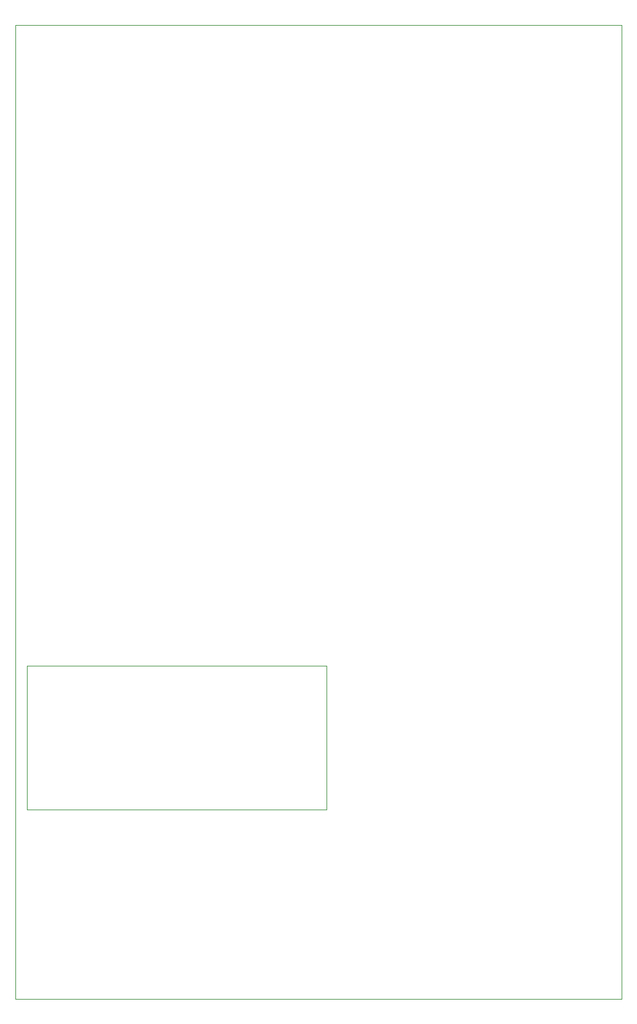
<source format=gbr>
%TF.GenerationSoftware,KiCad,Pcbnew,8.0.4+1*%
%TF.CreationDate,2024-09-11T08:07:52+08:00*%
%TF.ProjectId,MiniSeq - Panel,4d696e69-5365-4712-902d-2050616e656c,v0.1*%
%TF.SameCoordinates,Original*%
%TF.FileFunction,Profile,NP*%
%FSLAX46Y46*%
G04 Gerber Fmt 4.6, Leading zero omitted, Abs format (unit mm)*
G04 Created by KiCad (PCBNEW 8.0.4+1) date 2024-09-11 08:07:52*
%MOMM*%
%LPD*%
G01*
G04 APERTURE LIST*
%TA.AperFunction,Profile*%
%ADD10C,0.100000*%
%TD*%
G04 APERTURE END LIST*
D10*
X50000000Y-30000000D02*
X130000000Y-30000000D01*
X130000000Y-158500000D01*
X50000000Y-158500000D01*
X50000000Y-30000000D01*
X51500000Y-114500000D02*
X91000000Y-114500000D01*
X91000000Y-133500000D01*
X51500000Y-133500000D01*
X51500000Y-114500000D01*
M02*

</source>
